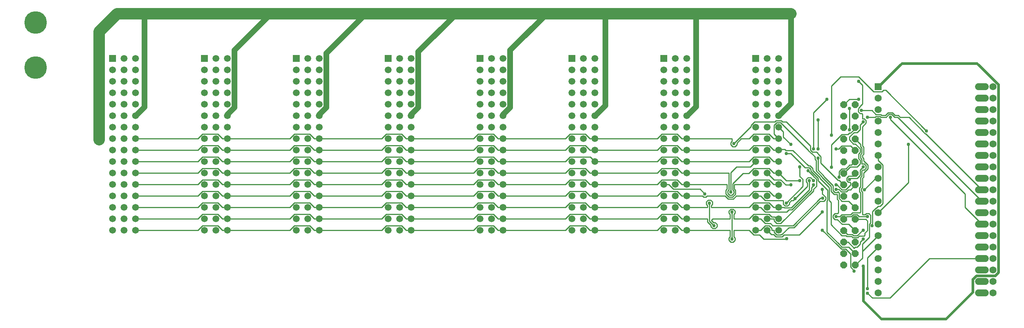
<source format=gbr>
G04 EAGLE Gerber RS-274X export*
G75*
%MOMM*%
%FSLAX34Y34*%
%LPD*%
%INBottom Copper*%
%IPPOS*%
%AMOC8*
5,1,8,0,0,1.08239X$1,22.5*%
G01*
%ADD10R,1.508000X1.508000*%
%ADD11C,1.508000*%
%ADD12C,5.000000*%
%ADD13P,1.649562X8X112.500000*%
%ADD14R,1.560000X1.560000*%
%ADD15C,1.560000*%
%ADD16C,1.524000*%
%ADD17C,0.254000*%
%ADD18C,0.756400*%
%ADD19C,1.270000*%
%ADD20C,2.540000*%
%ADD21C,0.609600*%


D10*
X250000Y590500D03*
D11*
X250000Y565100D03*
X250000Y539700D03*
X250000Y514300D03*
X250000Y488900D03*
X250000Y463500D03*
X250000Y438100D03*
X250000Y412700D03*
X250000Y387300D03*
X250000Y361900D03*
X250000Y336500D03*
X250000Y311100D03*
X250000Y285700D03*
X250000Y260300D03*
X250000Y234900D03*
X250000Y209500D03*
X275400Y590500D03*
X275400Y565100D03*
X275400Y539700D03*
X275400Y514300D03*
X275400Y488900D03*
X275400Y463500D03*
X275400Y438100D03*
X275400Y412700D03*
X275400Y387300D03*
X275400Y361900D03*
X275400Y336500D03*
X275400Y311100D03*
X275400Y285700D03*
X275400Y260300D03*
X275400Y234900D03*
X275400Y209500D03*
X300800Y590500D03*
X300800Y565100D03*
X300800Y539700D03*
X300800Y514300D03*
X300800Y488900D03*
X300800Y463500D03*
X300800Y438100D03*
X300800Y412700D03*
X300800Y387300D03*
X300800Y361900D03*
X300800Y336500D03*
X300800Y311100D03*
X300800Y285700D03*
X300800Y260300D03*
X300800Y234900D03*
X300800Y209500D03*
D10*
X453200Y590500D03*
D11*
X453200Y565100D03*
X453200Y539700D03*
X453200Y514300D03*
X453200Y488900D03*
X453200Y463500D03*
X453200Y438100D03*
X453200Y412700D03*
X453200Y387300D03*
X453200Y361900D03*
X453200Y336500D03*
X453200Y311100D03*
X453200Y285700D03*
X453200Y260300D03*
X453200Y234900D03*
X453200Y209500D03*
X478600Y590500D03*
X478600Y565100D03*
X478600Y539700D03*
X478600Y514300D03*
X478600Y488900D03*
X478600Y463500D03*
X478600Y438100D03*
X478600Y412700D03*
X478600Y387300D03*
X478600Y361900D03*
X478600Y336500D03*
X478600Y311100D03*
X478600Y285700D03*
X478600Y260300D03*
X478600Y234900D03*
X478600Y209500D03*
X504000Y590500D03*
X504000Y565100D03*
X504000Y539700D03*
X504000Y514300D03*
X504000Y488900D03*
X504000Y463500D03*
X504000Y438100D03*
X504000Y412700D03*
X504000Y387300D03*
X504000Y361900D03*
X504000Y336500D03*
X504000Y311100D03*
X504000Y285700D03*
X504000Y260300D03*
X504000Y234900D03*
X504000Y209500D03*
D10*
X656400Y590500D03*
D11*
X656400Y565100D03*
X656400Y539700D03*
X656400Y514300D03*
X656400Y488900D03*
X656400Y463500D03*
X656400Y438100D03*
X656400Y412700D03*
X656400Y387300D03*
X656400Y361900D03*
X656400Y336500D03*
X656400Y311100D03*
X656400Y285700D03*
X656400Y260300D03*
X656400Y234900D03*
X656400Y209500D03*
X681800Y590500D03*
X681800Y565100D03*
X681800Y539700D03*
X681800Y514300D03*
X681800Y488900D03*
X681800Y463500D03*
X681800Y438100D03*
X681800Y412700D03*
X681800Y387300D03*
X681800Y361900D03*
X681800Y336500D03*
X681800Y311100D03*
X681800Y285700D03*
X681800Y260300D03*
X681800Y234900D03*
X681800Y209500D03*
X707200Y590500D03*
X707200Y565100D03*
X707200Y539700D03*
X707200Y514300D03*
X707200Y488900D03*
X707200Y463500D03*
X707200Y438100D03*
X707200Y412700D03*
X707200Y387300D03*
X707200Y361900D03*
X707200Y336500D03*
X707200Y311100D03*
X707200Y285700D03*
X707200Y260300D03*
X707200Y234900D03*
X707200Y209500D03*
D10*
X859600Y590500D03*
D11*
X859600Y565100D03*
X859600Y539700D03*
X859600Y514300D03*
X859600Y488900D03*
X859600Y463500D03*
X859600Y438100D03*
X859600Y412700D03*
X859600Y387300D03*
X859600Y361900D03*
X859600Y336500D03*
X859600Y311100D03*
X859600Y285700D03*
X859600Y260300D03*
X859600Y234900D03*
X859600Y209500D03*
X885000Y590500D03*
X885000Y565100D03*
X885000Y539700D03*
X885000Y514300D03*
X885000Y488900D03*
X885000Y463500D03*
X885000Y438100D03*
X885000Y412700D03*
X885000Y387300D03*
X885000Y361900D03*
X885000Y336500D03*
X885000Y311100D03*
X885000Y285700D03*
X885000Y260300D03*
X885000Y234900D03*
X885000Y209500D03*
X910400Y590500D03*
X910400Y565100D03*
X910400Y539700D03*
X910400Y514300D03*
X910400Y488900D03*
X910400Y463500D03*
X910400Y438100D03*
X910400Y412700D03*
X910400Y387300D03*
X910400Y361900D03*
X910400Y336500D03*
X910400Y311100D03*
X910400Y285700D03*
X910400Y260300D03*
X910400Y234900D03*
X910400Y209500D03*
D10*
X1062800Y590500D03*
D11*
X1062800Y565100D03*
X1062800Y539700D03*
X1062800Y514300D03*
X1062800Y488900D03*
X1062800Y463500D03*
X1062800Y438100D03*
X1062800Y412700D03*
X1062800Y387300D03*
X1062800Y361900D03*
X1062800Y336500D03*
X1062800Y311100D03*
X1062800Y285700D03*
X1062800Y260300D03*
X1062800Y234900D03*
X1062800Y209500D03*
X1088200Y590500D03*
X1088200Y565100D03*
X1088200Y539700D03*
X1088200Y514300D03*
X1088200Y488900D03*
X1088200Y463500D03*
X1088200Y438100D03*
X1088200Y412700D03*
X1088200Y387300D03*
X1088200Y361900D03*
X1088200Y336500D03*
X1088200Y311100D03*
X1088200Y285700D03*
X1088200Y260300D03*
X1088200Y234900D03*
X1088200Y209500D03*
X1113600Y590500D03*
X1113600Y565100D03*
X1113600Y539700D03*
X1113600Y514300D03*
X1113600Y488900D03*
X1113600Y463500D03*
X1113600Y438100D03*
X1113600Y412700D03*
X1113600Y387300D03*
X1113600Y361900D03*
X1113600Y336500D03*
X1113600Y311100D03*
X1113600Y285700D03*
X1113600Y260300D03*
X1113600Y234900D03*
X1113600Y209500D03*
D10*
X1266000Y590500D03*
D11*
X1266000Y565100D03*
X1266000Y539700D03*
X1266000Y514300D03*
X1266000Y488900D03*
X1266000Y463500D03*
X1266000Y438100D03*
X1266000Y412700D03*
X1266000Y387300D03*
X1266000Y361900D03*
X1266000Y336500D03*
X1266000Y311100D03*
X1266000Y285700D03*
X1266000Y260300D03*
X1266000Y234900D03*
X1266000Y209500D03*
X1291400Y590500D03*
X1291400Y565100D03*
X1291400Y539700D03*
X1291400Y514300D03*
X1291400Y488900D03*
X1291400Y463500D03*
X1291400Y438100D03*
X1291400Y412700D03*
X1291400Y387300D03*
X1291400Y361900D03*
X1291400Y336500D03*
X1291400Y311100D03*
X1291400Y285700D03*
X1291400Y260300D03*
X1291400Y234900D03*
X1291400Y209500D03*
X1316800Y590500D03*
X1316800Y565100D03*
X1316800Y539700D03*
X1316800Y514300D03*
X1316800Y488900D03*
X1316800Y463500D03*
X1316800Y438100D03*
X1316800Y412700D03*
X1316800Y387300D03*
X1316800Y361900D03*
X1316800Y336500D03*
X1316800Y311100D03*
X1316800Y285700D03*
X1316800Y260300D03*
X1316800Y234900D03*
X1316800Y209500D03*
D10*
X1469200Y590500D03*
D11*
X1469200Y565100D03*
X1469200Y539700D03*
X1469200Y514300D03*
X1469200Y488900D03*
X1469200Y463500D03*
X1469200Y438100D03*
X1469200Y412700D03*
X1469200Y387300D03*
X1469200Y361900D03*
X1469200Y336500D03*
X1469200Y311100D03*
X1469200Y285700D03*
X1469200Y260300D03*
X1469200Y234900D03*
X1469200Y209500D03*
X1494600Y590500D03*
X1494600Y565100D03*
X1494600Y539700D03*
X1494600Y514300D03*
X1494600Y488900D03*
X1494600Y463500D03*
X1494600Y438100D03*
X1494600Y412700D03*
X1494600Y387300D03*
X1494600Y361900D03*
X1494600Y336500D03*
X1494600Y311100D03*
X1494600Y285700D03*
X1494600Y260300D03*
X1494600Y234900D03*
X1494600Y209500D03*
X1520000Y590500D03*
X1520000Y565100D03*
X1520000Y539700D03*
X1520000Y514300D03*
X1520000Y488900D03*
X1520000Y463500D03*
X1520000Y438100D03*
X1520000Y412700D03*
X1520000Y387300D03*
X1520000Y361900D03*
X1520000Y336500D03*
X1520000Y311100D03*
X1520000Y285700D03*
X1520000Y260300D03*
X1520000Y234900D03*
X1520000Y209500D03*
D10*
X1672400Y590500D03*
D11*
X1672400Y565100D03*
X1672400Y539700D03*
X1672400Y514300D03*
X1672400Y488900D03*
X1672400Y463500D03*
X1672400Y438100D03*
X1672400Y412700D03*
X1672400Y387300D03*
X1672400Y361900D03*
X1672400Y336500D03*
X1672400Y311100D03*
X1672400Y285700D03*
X1672400Y260300D03*
X1672400Y234900D03*
X1672400Y209500D03*
X1697800Y590500D03*
X1697800Y565100D03*
X1697800Y539700D03*
X1697800Y514300D03*
X1697800Y488900D03*
X1697800Y463500D03*
X1697800Y438100D03*
X1697800Y412700D03*
X1697800Y387300D03*
X1697800Y361900D03*
X1697800Y336500D03*
X1697800Y311100D03*
X1697800Y285700D03*
X1697800Y260300D03*
X1697800Y234900D03*
X1697800Y209500D03*
X1723200Y590500D03*
X1723200Y565100D03*
X1723200Y539700D03*
X1723200Y514300D03*
X1723200Y488900D03*
X1723200Y463500D03*
X1723200Y438100D03*
X1723200Y412700D03*
X1723200Y387300D03*
X1723200Y361900D03*
X1723200Y336500D03*
X1723200Y311100D03*
X1723200Y285700D03*
X1723200Y260300D03*
X1723200Y234900D03*
X1723200Y209500D03*
D12*
X80000Y670000D03*
X80000Y570000D03*
D13*
X1892700Y132200D03*
X1867300Y132200D03*
X1892700Y157600D03*
X1867300Y157600D03*
X1892700Y183000D03*
X1867300Y183000D03*
X1892700Y208400D03*
X1867300Y208400D03*
X1892700Y233800D03*
X1867300Y233800D03*
X1892700Y259200D03*
X1867300Y259200D03*
X1892700Y284600D03*
X1867300Y284600D03*
X1892700Y310000D03*
X1867300Y310000D03*
X1892700Y335400D03*
X1867300Y335400D03*
X1892700Y360800D03*
X1867300Y360800D03*
X1892700Y386200D03*
X1867300Y386200D03*
X1892700Y411600D03*
X1867300Y411600D03*
X1892700Y437000D03*
X1867300Y437000D03*
X1892700Y462400D03*
X1867300Y462400D03*
X1892700Y487800D03*
X1867300Y487800D03*
D14*
X1943000Y527600D03*
D15*
X1943000Y502200D03*
X1943000Y70400D03*
X1943000Y476800D03*
X1943000Y451400D03*
X1943000Y426000D03*
X1943000Y400600D03*
X1943000Y375200D03*
X1943000Y349800D03*
X1943000Y324400D03*
X1943000Y299000D03*
X1943000Y273600D03*
X1943000Y248200D03*
X1943000Y222800D03*
X1943000Y197400D03*
X1943000Y172000D03*
X1943000Y146600D03*
X1943000Y121200D03*
X1943000Y95800D03*
X2197000Y527600D03*
X2197000Y502200D03*
X2197000Y476800D03*
X2197000Y451400D03*
X2197000Y426000D03*
X2197000Y400600D03*
X2197000Y375200D03*
X2197000Y349800D03*
X2197000Y324400D03*
X2197000Y299000D03*
X2197000Y273600D03*
X2197000Y248200D03*
X2197000Y222800D03*
X2197000Y197400D03*
X2197000Y172000D03*
X2197000Y146600D03*
X2197000Y121200D03*
X2197000Y95800D03*
X2197000Y70400D03*
D16*
X2180220Y70400D02*
X2164980Y70400D01*
X2164980Y95800D02*
X2180220Y95800D01*
X2180220Y121200D02*
X2164980Y121200D01*
X2164980Y146600D02*
X2180220Y146600D01*
X2180220Y172000D02*
X2164980Y172000D01*
X2164980Y197400D02*
X2180220Y197400D01*
X2180220Y222800D02*
X2164980Y222800D01*
X2164980Y248200D02*
X2180220Y248200D01*
X2180220Y273600D02*
X2164980Y273600D01*
X2164980Y299000D02*
X2180220Y299000D01*
X2180220Y324400D02*
X2164980Y324400D01*
X2164980Y349800D02*
X2180220Y349800D01*
X2180220Y375200D02*
X2164980Y375200D01*
X2164980Y400600D02*
X2180220Y400600D01*
X2180220Y426000D02*
X2164980Y426000D01*
X2164980Y451400D02*
X2180220Y451400D01*
X2180220Y476800D02*
X2164980Y476800D01*
X2164980Y502200D02*
X2180220Y502200D01*
X2180220Y527600D02*
X2164980Y527600D01*
D17*
X1908570Y148070D02*
X1892700Y132200D01*
X1908570Y531430D02*
X1900000Y540000D01*
D18*
X1900000Y540000D03*
D17*
X1908570Y162970D02*
X1908570Y148070D01*
X1908570Y325048D02*
X1911242Y327720D01*
X1920640Y345593D02*
X1920640Y354407D01*
X1911242Y336195D02*
X1911242Y327720D01*
X1911242Y336195D02*
X1920640Y345593D01*
X1908570Y490000D02*
X1908570Y531430D01*
X1908570Y371152D02*
X1911242Y368480D01*
X1908570Y371152D02*
X1908570Y375848D01*
X1911242Y378520D01*
X1911242Y393880D01*
X1908570Y396552D01*
X1911242Y368480D02*
X1911242Y363805D01*
X1920640Y354407D01*
X1916576Y447276D02*
X1916576Y452724D01*
X1912724Y456576D01*
X1908570Y456576D01*
X1908570Y466783D01*
X1908570Y439270D02*
X1908570Y396552D01*
X1908570Y439270D02*
X1916576Y447276D01*
X1903176Y468624D02*
X1899324Y472476D01*
X1899324Y477924D01*
X1906729Y468624D02*
X1908570Y466783D01*
X1906729Y468624D02*
X1903176Y468624D01*
X1899324Y477924D02*
X1900000Y478600D01*
X1900000Y480372D02*
X1903114Y483486D01*
X1903114Y484544D01*
X1908570Y490000D01*
X1900000Y480372D02*
X1900000Y478600D01*
X1943000Y197400D02*
X1908570Y162970D01*
X1908570Y179270D01*
X1908570Y293930D02*
X1905924Y296576D01*
X1905924Y302024D01*
X1908570Y304670D01*
X1908570Y325048D01*
X1917276Y246576D02*
X1922724Y246576D01*
X1917276Y246576D02*
X1914764Y244064D01*
X1908570Y244064D01*
X1908570Y293930D01*
X1922724Y246576D02*
X1926576Y242724D01*
X1923424Y194124D02*
X1908570Y179270D01*
X1926576Y225876D02*
X1926576Y242724D01*
X1926576Y225876D02*
X1923424Y222724D01*
X1923424Y194124D01*
X1733534Y416466D02*
X1733534Y427766D01*
X1723200Y438100D01*
X1877714Y172586D02*
X1892700Y157600D01*
X1750000Y380000D02*
X1740000Y380000D01*
D18*
X1740000Y380000D03*
X1750000Y400000D03*
D17*
X1733534Y416466D01*
X1810640Y325107D02*
X1810640Y319360D01*
X1794576Y341171D02*
X1794576Y344724D01*
X1790724Y348576D01*
X1781424Y348576D02*
X1750000Y380000D01*
X1781424Y348576D02*
X1790724Y348576D01*
X1794576Y341171D02*
X1810640Y325107D01*
X1831140Y276093D02*
X1830000Y274953D01*
X1831140Y276093D02*
X1831140Y298860D01*
X1810640Y319360D01*
X1830000Y274953D02*
X1830000Y205747D01*
X1856886Y178686D02*
X1862986Y172586D01*
X1856886Y178686D02*
X1856886Y178861D01*
X1830000Y205747D01*
X1862986Y172586D02*
X1877714Y172586D01*
D18*
X1970000Y460000D03*
X1900000Y500000D03*
D17*
X1879500Y500000D01*
X1867300Y487800D01*
X1970000Y460000D02*
X1970000Y455400D01*
X2135400Y290000D01*
X2135400Y260000D02*
X2172600Y222800D01*
X2135400Y260000D02*
X2135400Y290000D01*
X1672400Y361900D02*
X1660500Y350000D01*
X1617200Y337200D02*
X1617200Y294100D01*
D18*
X1617200Y294100D03*
X1620000Y250000D03*
D17*
X1620000Y190000D01*
D18*
X1620000Y190000D03*
X1920000Y80000D03*
D17*
X1920000Y149000D01*
X1943000Y172000D01*
X1660500Y350000D02*
X1630000Y350000D01*
X1617200Y337200D01*
X2056600Y146600D02*
X2172600Y146600D01*
D18*
X1920000Y70000D03*
D17*
X1930194Y59806D02*
X1969806Y59806D01*
X1930194Y59806D02*
X1920000Y70000D01*
D18*
X1580000Y220000D03*
D17*
X1570000Y230000D01*
X1570000Y270000D01*
D18*
X1570000Y270000D03*
X1560000Y290000D03*
D17*
X1479986Y311100D02*
X1469200Y311100D01*
X1479986Y311100D02*
X1490320Y300766D01*
X1549234Y300766D02*
X1560000Y290000D01*
X1549234Y300766D02*
X1490320Y300766D01*
X1969806Y59806D02*
X2056600Y146600D01*
X1683186Y260300D02*
X1672400Y260300D01*
X1683186Y260300D02*
X1693520Y249966D01*
D18*
X1800000Y310000D03*
D17*
X1746091Y255296D02*
X1740761Y249966D01*
X1693520Y249966D01*
X1800000Y308343D02*
X1800000Y310000D01*
X1752463Y255296D02*
X1746091Y255296D01*
X1752463Y255296D02*
X1795936Y298769D01*
X1795936Y304279D01*
X1800000Y308343D01*
X1986200Y460000D02*
X2172600Y273600D01*
X1949382Y460000D02*
X1947388Y461994D01*
X1938612Y461994D01*
X1936618Y460000D01*
X1920000Y460000D01*
X1881900Y350000D02*
X1867300Y335400D01*
X1903114Y356486D02*
X1903114Y365114D01*
X1903114Y381886D02*
X1903114Y390514D01*
X1900442Y367786D02*
X1903114Y365114D01*
X1900442Y367786D02*
X1900442Y379214D01*
X1903114Y381886D01*
X1903114Y356486D02*
X1896628Y350000D01*
X1892442Y401186D02*
X1888386Y401186D01*
X1882286Y407286D01*
X1882286Y407714D01*
X1880000Y410000D01*
X1881900Y350000D02*
X1896628Y350000D01*
X1903114Y390514D02*
X1892442Y401186D01*
X1897014Y426586D02*
X1903114Y432686D01*
X1897014Y426586D02*
X1889711Y426586D01*
X1880000Y416875D02*
X1880000Y410000D01*
X1880000Y416875D02*
X1889711Y426586D01*
X1903114Y443114D02*
X1910000Y450000D01*
D18*
X1910000Y450000D03*
X1920000Y460000D03*
D17*
X1903114Y443114D02*
X1903114Y432686D01*
X1967276Y466576D02*
X1972724Y466576D01*
X1979300Y460000D02*
X1986200Y460000D01*
X1960700Y460000D02*
X1949382Y460000D01*
X1972724Y466576D02*
X1979300Y460000D01*
X1967276Y466576D02*
X1960700Y460000D01*
X1702081Y219834D02*
X1693520Y219834D01*
X1702081Y219834D02*
X1708134Y213781D01*
X1708134Y209500D01*
X1712866Y209500D01*
X1712866Y205220D01*
X1718920Y199166D01*
X1727481Y199166D01*
X1683186Y209500D02*
X1672400Y209500D01*
X1683186Y209500D02*
X1693520Y219834D01*
X1727481Y199166D02*
X1728315Y200000D01*
X1730000Y200000D01*
D18*
X1820000Y300000D03*
X1857210Y327210D03*
D17*
X1890800Y360800D02*
X1892700Y360800D01*
X1856886Y339714D02*
X1856886Y331086D01*
X1856886Y339714D02*
X1862986Y345814D01*
X1857210Y330762D02*
X1857210Y327210D01*
X1857210Y330762D02*
X1856886Y331086D01*
X1745936Y215936D02*
X1730000Y200000D01*
X1745936Y215936D02*
X1756683Y215936D01*
X1823224Y273924D02*
X1827076Y277776D01*
X1827076Y283224D01*
X1814671Y273924D02*
X1756683Y215936D01*
X1820000Y290300D02*
X1820000Y300000D01*
X1823224Y273924D02*
X1814671Y273924D01*
X1827076Y283224D02*
X1820000Y290300D01*
X1862986Y345814D02*
X1871967Y345814D01*
X1880217Y354064D01*
X1884064Y354064D01*
X1890800Y360800D01*
X1810000Y379300D02*
X1810000Y380000D01*
X1810000Y379300D02*
X1816576Y372724D01*
X1740000Y450000D02*
X1731662Y450000D01*
X1729164Y452498D01*
X1717236Y452498D01*
X1714738Y450000D01*
X1662066Y442381D02*
X1662066Y440066D01*
X1624000Y402000D01*
X1662066Y442381D02*
X1669686Y450000D01*
X1624000Y402000D02*
X1624000Y401874D01*
D18*
X1624000Y401874D03*
D17*
X1669686Y450000D02*
X1714738Y450000D01*
X1856666Y320634D02*
X1867300Y310000D01*
X1856666Y320634D02*
X1854486Y320634D01*
X1816576Y358544D01*
X1816576Y372724D01*
X1797276Y383424D02*
X1793424Y387276D01*
X1806576Y383424D02*
X1810000Y380000D01*
X1793424Y396576D02*
X1740000Y450000D01*
X1797276Y383424D02*
X1806576Y383424D01*
X1793424Y387276D02*
X1793424Y396576D01*
D18*
X1880100Y322500D03*
X1910000Y350000D03*
D17*
X1903114Y331086D02*
X1897014Y324986D01*
X1882586Y324986D02*
X1880100Y322500D01*
X1903114Y343114D02*
X1910000Y350000D01*
X1897014Y324986D02*
X1882586Y324986D01*
X1903114Y331086D02*
X1903114Y343114D01*
D18*
X1912500Y299300D03*
D17*
X1937600Y324400D01*
X1943000Y324400D01*
X1953594Y269212D02*
X1947388Y263006D01*
X1943000Y364782D02*
X1943000Y375200D01*
X1943006Y263006D02*
X1947388Y263006D01*
X1953594Y354188D02*
X1943000Y364782D01*
X1953594Y354188D02*
X1953594Y269212D01*
X1938794Y258794D02*
X1938612Y258794D01*
X1930640Y250822D01*
X1930640Y220640D02*
X1930000Y220000D01*
D18*
X1930000Y220000D03*
D17*
X1938794Y258794D02*
X1943006Y263006D01*
X1930640Y250822D02*
X1930640Y220640D01*
X1875700Y200000D02*
X1867300Y208400D01*
X1875700Y200000D02*
X1886372Y200000D01*
X1888386Y197986D01*
X1897014Y197986D01*
X1909028Y210000D02*
X1910000Y210000D01*
D18*
X1910000Y210000D03*
D17*
X1909028Y210000D02*
X1897014Y197986D01*
X1904506Y399794D02*
X1892700Y411600D01*
D18*
X1850000Y240000D03*
D17*
X1858772Y240000D02*
X1862986Y244214D01*
X1858772Y240000D02*
X1850000Y240000D01*
D18*
X1820000Y250000D03*
D17*
X1769166Y199166D01*
X1707300Y200000D02*
X1697800Y209500D01*
X1712338Y200000D02*
X1717236Y195102D01*
X1712338Y200000D02*
X1707300Y200000D01*
X1734913Y199166D02*
X1769166Y199166D01*
X1734913Y199166D02*
X1730849Y195102D01*
X1717236Y195102D01*
X1912724Y356576D02*
X1916576Y352724D01*
X1916576Y347276D01*
X1912724Y343424D01*
X1907178Y341397D02*
X1907178Y329403D01*
X1904506Y326731D01*
X1909205Y343424D02*
X1912724Y343424D01*
X1909205Y343424D02*
X1907178Y341397D01*
X1904506Y394869D02*
X1904506Y399794D01*
X1904506Y394869D02*
X1907178Y392197D01*
X1907178Y380203D01*
X1904506Y377531D01*
X1904506Y369469D01*
X1907178Y366797D01*
X1907178Y356576D01*
X1912724Y356576D01*
X1904506Y326731D02*
X1904506Y306353D01*
X1901860Y303707D01*
X1901860Y294893D01*
X1904506Y292247D01*
X1904506Y250000D01*
X1886703Y248278D02*
X1882639Y244214D01*
X1862986Y244214D01*
X1902784Y248278D02*
X1904506Y250000D01*
X1902784Y248278D02*
X1886703Y248278D01*
D19*
X320000Y482700D02*
X300800Y463500D01*
X320000Y482700D02*
X320000Y690000D01*
D20*
X600000Y690000D01*
X810000Y690000D01*
X1010000Y690000D01*
X1210000Y690000D01*
X1340000Y690000D01*
X1540000Y690000D01*
X1750000Y690000D01*
D19*
X1750000Y490300D02*
X1723200Y463500D01*
X1750000Y490300D02*
X1750000Y690000D01*
X1540000Y483500D02*
X1520000Y463500D01*
X1540000Y483500D02*
X1540000Y690000D01*
X1340000Y486700D02*
X1316800Y463500D01*
X1340000Y486700D02*
X1340000Y690000D01*
X1113600Y467101D02*
X1113600Y463500D01*
X1129014Y609014D02*
X1210000Y690000D01*
X1129014Y482515D02*
X1113600Y467101D01*
X1129014Y482515D02*
X1129014Y609014D01*
X910400Y467101D02*
X910400Y463500D01*
X925814Y605814D02*
X1010000Y690000D01*
X925814Y482515D02*
X910400Y467101D01*
X925814Y482515D02*
X925814Y605814D01*
X707200Y467101D02*
X707200Y463500D01*
X722614Y602614D02*
X810000Y690000D01*
X722614Y482515D02*
X707200Y467101D01*
X722614Y482515D02*
X722614Y602614D01*
X504000Y467101D02*
X504000Y463500D01*
X519414Y609414D02*
X600000Y690000D01*
X519414Y482515D02*
X504000Y467101D01*
X519414Y482515D02*
X519414Y609414D01*
D18*
X220000Y410000D03*
D20*
X220000Y650000D01*
X260000Y690000D01*
X320000Y690000D01*
D21*
X1943000Y527600D02*
X1995400Y580000D01*
X2162097Y580000D01*
X1910000Y53208D02*
X1950000Y13208D01*
X1910000Y53208D02*
X1910000Y130000D01*
D18*
X1910000Y130000D03*
D21*
X2202125Y108828D02*
X2209372Y116075D01*
X2209372Y532725D02*
X2162097Y580000D01*
X2160766Y108828D02*
X2202125Y108828D01*
X2160766Y108828D02*
X2152788Y100850D01*
X2209372Y116075D02*
X2209372Y532725D01*
X2152788Y100850D02*
X2152788Y72788D01*
X2093208Y13208D02*
X1950000Y13208D01*
X2093208Y13208D02*
X2152788Y72788D01*
D17*
X438586Y412700D02*
X300800Y412700D01*
X493215Y412700D02*
X504000Y412700D01*
X448920Y423034D02*
X438586Y412700D01*
X482881Y423034D02*
X493215Y412700D01*
X482881Y423034D02*
X448920Y423034D01*
X504000Y412700D02*
X641786Y412700D01*
X696415Y412700D02*
X707200Y412700D01*
X652120Y423034D02*
X641786Y412700D01*
X686081Y423034D02*
X696415Y412700D01*
X686081Y423034D02*
X652120Y423034D01*
X707200Y412700D02*
X844986Y412700D01*
X899615Y412700D02*
X910400Y412700D01*
X855320Y423034D02*
X844986Y412700D01*
X889281Y423034D02*
X899615Y412700D01*
X889281Y423034D02*
X855320Y423034D01*
X910400Y412700D02*
X1048186Y412700D01*
X1102815Y412700D02*
X1113600Y412700D01*
X1058520Y423034D02*
X1048186Y412700D01*
X1092481Y423034D02*
X1102815Y412700D01*
X1092481Y423034D02*
X1058520Y423034D01*
X1113600Y412700D02*
X1251386Y412700D01*
X1306015Y412700D02*
X1316800Y412700D01*
X1261720Y423034D02*
X1251386Y412700D01*
X1295681Y423034D02*
X1306015Y412700D01*
X1295681Y423034D02*
X1261720Y423034D01*
X1316800Y412700D02*
X1454586Y412700D01*
X1509215Y412700D02*
X1520000Y412700D01*
X1464920Y423034D02*
X1454586Y412700D01*
X1498881Y423034D02*
X1509215Y412700D01*
X1498881Y423034D02*
X1464920Y423034D01*
X1712415Y412700D02*
X1723200Y412700D01*
X1668120Y423034D02*
X1657786Y412700D01*
X1702081Y423034D02*
X1712415Y412700D01*
X1702081Y423034D02*
X1668120Y423034D01*
X1878222Y222878D02*
X1892700Y208400D01*
X1878222Y222878D02*
X1863494Y222878D01*
X1712866Y423034D02*
X1712866Y442381D01*
X1712866Y423034D02*
X1723200Y412700D01*
X1852822Y278603D02*
X1855530Y275895D01*
X1805936Y364764D02*
X1803424Y367276D01*
X1803424Y372491D01*
X1727481Y448434D02*
X1718919Y448434D01*
X1712866Y442381D01*
X1657786Y412700D02*
X1640447Y412700D01*
X1619936Y412700D02*
X1520000Y412700D01*
X1619936Y412700D02*
X1619936Y407110D01*
X1617424Y404598D01*
X1617424Y399150D01*
X1621276Y395298D01*
X1626724Y395298D01*
X1630576Y399150D01*
X1630576Y402829D01*
X1640447Y412700D01*
X1852822Y289360D02*
X1852822Y278603D01*
X1852822Y289360D02*
X1845593Y289360D01*
X1839360Y295593D01*
X1839360Y306793D01*
X1843424Y237276D02*
X1847276Y233424D01*
X1843424Y237276D02*
X1843424Y242724D01*
X1847276Y246576D01*
X1855530Y248482D02*
X1855530Y275895D01*
X1855530Y248482D02*
X1853624Y246576D01*
X1847276Y246576D01*
X1847276Y233424D02*
X1852948Y233424D01*
X1863494Y222878D01*
X1839360Y306793D02*
X1818768Y327385D01*
X1805936Y341306D02*
X1805936Y364764D01*
X1818768Y328474D02*
X1818768Y327385D01*
X1818768Y328474D02*
X1805936Y341306D01*
X1803424Y372491D02*
X1796555Y379360D01*
X1795593Y379360D01*
X1789360Y385593D01*
X1789360Y386555D01*
X1727481Y448434D01*
X438586Y336500D02*
X300800Y336500D01*
X493215Y336500D02*
X504000Y336500D01*
X448920Y346834D02*
X438586Y336500D01*
X482881Y346834D02*
X493215Y336500D01*
X482881Y346834D02*
X448920Y346834D01*
X504000Y336500D02*
X641786Y336500D01*
X696415Y336500D02*
X707200Y336500D01*
X652120Y346834D02*
X641786Y336500D01*
X686081Y346834D02*
X696415Y336500D01*
X686081Y346834D02*
X652120Y346834D01*
X707200Y336500D02*
X844986Y336500D01*
X899615Y336500D02*
X910400Y336500D01*
X855320Y346834D02*
X844986Y336500D01*
X889281Y346834D02*
X899615Y336500D01*
X889281Y346834D02*
X855320Y346834D01*
X910400Y336500D02*
X1048186Y336500D01*
X1102815Y336500D02*
X1113600Y336500D01*
X1058520Y346834D02*
X1048186Y336500D01*
X1092481Y346834D02*
X1102815Y336500D01*
X1092481Y346834D02*
X1058520Y346834D01*
X1113600Y336500D02*
X1251386Y336500D01*
X1306015Y336500D02*
X1316800Y336500D01*
X1261720Y346834D02*
X1251386Y336500D01*
X1295681Y346834D02*
X1306015Y336500D01*
X1295681Y346834D02*
X1261720Y346834D01*
X1316800Y336500D02*
X1454586Y336500D01*
X1509215Y336500D02*
X1520000Y336500D01*
X1464920Y346834D02*
X1454586Y336500D01*
X1498881Y346834D02*
X1509215Y336500D01*
X1498881Y346834D02*
X1464920Y346834D01*
X1712415Y336500D02*
X1723200Y336500D01*
X1712415Y336500D02*
X1702081Y346834D01*
X1668120Y346834D01*
D18*
X1770000Y320000D03*
D17*
X1739700Y320000D01*
X1723200Y336500D01*
X1668120Y346834D02*
X1657222Y335936D01*
X1613136Y336500D02*
X1520000Y336500D01*
X1613136Y336500D02*
X1613136Y299336D01*
X1610624Y296824D01*
X1610624Y291376D01*
X1614476Y287524D01*
X1619924Y287524D01*
X1623776Y291376D01*
X1623776Y296824D01*
X1621264Y299336D01*
X1621264Y312783D01*
X1644417Y335936D01*
X1657222Y335936D01*
X438586Y311100D02*
X300800Y311100D01*
X493215Y311100D02*
X504000Y311100D01*
X448920Y321434D02*
X438586Y311100D01*
X482881Y321434D02*
X493215Y311100D01*
X482881Y321434D02*
X448920Y321434D01*
X504000Y311100D02*
X641786Y311100D01*
X696415Y311100D02*
X707200Y311100D01*
X652120Y321434D02*
X641786Y311100D01*
X686081Y321434D02*
X696415Y311100D01*
X686081Y321434D02*
X652120Y321434D01*
X707200Y311100D02*
X844986Y311100D01*
X899615Y311100D02*
X910400Y311100D01*
X855320Y321434D02*
X844986Y311100D01*
X889281Y321434D02*
X899615Y311100D01*
X889281Y321434D02*
X855320Y321434D01*
X910400Y311100D02*
X1048186Y311100D01*
X1102815Y311100D02*
X1113600Y311100D01*
X1058520Y321434D02*
X1048186Y311100D01*
X1092481Y321434D02*
X1102815Y311100D01*
X1092481Y321434D02*
X1058520Y321434D01*
X1113600Y311100D02*
X1251386Y311100D01*
X1306015Y311100D02*
X1316800Y311100D01*
X1261720Y321434D02*
X1251386Y311100D01*
X1295681Y321434D02*
X1306015Y311100D01*
X1295681Y321434D02*
X1261720Y321434D01*
X1316800Y311100D02*
X1454586Y311100D01*
X1509215Y311100D02*
X1520000Y311100D01*
X1464920Y321434D02*
X1454586Y311100D01*
X1498881Y321434D02*
X1509215Y311100D01*
X1498881Y321434D02*
X1464920Y321434D01*
X1712415Y311100D02*
X1723200Y311100D01*
X1668120Y321434D02*
X1657786Y311100D01*
X1702081Y321434D02*
X1712415Y311100D01*
X1702081Y321434D02*
X1668120Y321434D01*
D18*
X1850000Y300000D03*
D17*
X1882286Y299586D02*
X1892700Y310000D01*
X1861303Y295522D02*
X1856825Y300000D01*
X1850000Y300000D01*
X1877361Y299586D02*
X1882286Y299586D01*
X1877361Y299586D02*
X1873297Y295522D01*
X1861303Y295522D01*
X1609072Y311100D02*
X1520000Y311100D01*
X1609072Y311100D02*
X1609072Y301019D01*
X1606560Y298507D01*
X1606560Y289693D01*
X1612793Y283460D01*
X1621607Y283460D01*
X1627840Y289693D01*
X1627840Y298507D01*
X1625328Y301019D01*
X1625328Y311100D01*
X1657786Y311100D01*
X438586Y260300D02*
X300800Y260300D01*
X493215Y260300D02*
X504000Y260300D01*
X448920Y270634D02*
X438586Y260300D01*
X482881Y270634D02*
X493215Y260300D01*
X482881Y270634D02*
X448920Y270634D01*
X504000Y260300D02*
X641786Y260300D01*
X696415Y260300D02*
X707200Y260300D01*
X652120Y270634D02*
X641786Y260300D01*
X686081Y270634D02*
X696415Y260300D01*
X686081Y270634D02*
X652120Y270634D01*
X707200Y260300D02*
X844986Y260300D01*
X899615Y260300D02*
X910400Y260300D01*
X855320Y270634D02*
X844986Y260300D01*
X889281Y270634D02*
X899615Y260300D01*
X889281Y270634D02*
X855320Y270634D01*
X910400Y260300D02*
X1048186Y260300D01*
X1102815Y260300D02*
X1113600Y260300D01*
X1058520Y270634D02*
X1048186Y260300D01*
X1092481Y270634D02*
X1102815Y260300D01*
X1092481Y270634D02*
X1058520Y270634D01*
X1113600Y260300D02*
X1251386Y260300D01*
X1306015Y260300D02*
X1316800Y260300D01*
X1261720Y270634D02*
X1251386Y260300D01*
X1295681Y270634D02*
X1306015Y260300D01*
X1295681Y270634D02*
X1261720Y270634D01*
X1316800Y260300D02*
X1454586Y260300D01*
X1509215Y260300D02*
X1520000Y260300D01*
X1464920Y270634D02*
X1454586Y260300D01*
X1498881Y270634D02*
X1509215Y260300D01*
X1498881Y270634D02*
X1464920Y270634D01*
X1712415Y260300D02*
X1723200Y260300D01*
X1668120Y270634D02*
X1657786Y260300D01*
X1702081Y270634D02*
X1712415Y260300D01*
X1702081Y270634D02*
X1668120Y270634D01*
X1723200Y260300D02*
X1734653Y260300D01*
X1735593Y259360D01*
D18*
X1790912Y320000D03*
X1840000Y349000D03*
D17*
X1840000Y399028D01*
X1862986Y422014D01*
X1750780Y259360D02*
X1735593Y259360D01*
X1750780Y259360D02*
X1790912Y299492D01*
X1790912Y320000D01*
X1888175Y432475D02*
X1892700Y437000D01*
X1876267Y422014D02*
X1862986Y422014D01*
X1876267Y422014D02*
X1879598Y425345D01*
X1882723Y425345D01*
X1888175Y430797D01*
X1888175Y432475D01*
X1615593Y260640D02*
X1615253Y260300D01*
X1615593Y260640D02*
X1624407Y260640D01*
X1624747Y260300D01*
X1657786Y260300D01*
X1565936Y260300D02*
X1520000Y260300D01*
X1565936Y260300D02*
X1565936Y264764D01*
X1563424Y267276D01*
X1563424Y272724D01*
X1567276Y276576D01*
X1572724Y276576D01*
X1576576Y272724D01*
X1576576Y267276D01*
X1574064Y264764D01*
X1574064Y260300D01*
X1615253Y260300D01*
X438586Y209500D02*
X300800Y209500D01*
X493215Y209500D02*
X504000Y209500D01*
X448920Y219834D02*
X438586Y209500D01*
X482881Y219834D02*
X493215Y209500D01*
X482881Y219834D02*
X448920Y219834D01*
X504000Y209500D02*
X641786Y209500D01*
X652120Y219834D01*
X686081Y219834D02*
X695915Y210000D01*
X707700Y210000D01*
X686081Y219834D02*
X652120Y219834D01*
X707200Y209500D02*
X707700Y210000D01*
X710000Y210000D01*
X707200Y209500D02*
X844986Y209500D01*
X899615Y209500D02*
X910400Y209500D01*
X855320Y219834D02*
X844986Y209500D01*
X889281Y219834D02*
X899615Y209500D01*
X889281Y219834D02*
X855320Y219834D01*
X910400Y209500D02*
X1048186Y209500D01*
X1102815Y209500D02*
X1113600Y209500D01*
X1058520Y219834D02*
X1048186Y209500D01*
X1092481Y219834D02*
X1102815Y209500D01*
X1092481Y219834D02*
X1058520Y219834D01*
X1113600Y209500D02*
X1251386Y209500D01*
X1306015Y209500D02*
X1316800Y209500D01*
X1261720Y219834D02*
X1251386Y209500D01*
X1295681Y219834D02*
X1306015Y209500D01*
X1295681Y219834D02*
X1261720Y219834D01*
X1316800Y209500D02*
X1454586Y209500D01*
X1509215Y209500D02*
X1520000Y209500D01*
X1464920Y219834D02*
X1454586Y209500D01*
X1498881Y219834D02*
X1509215Y209500D01*
X1498881Y219834D02*
X1464920Y219834D01*
X1680834Y199166D02*
X1690000Y190000D01*
X1668120Y199166D02*
X1657786Y209500D01*
X1668120Y199166D02*
X1680834Y199166D01*
X1690000Y190000D02*
X1743000Y190000D01*
X1741650Y191350D01*
X1741350Y191350D01*
D18*
X1741350Y191350D03*
D17*
X1615936Y195236D02*
X1615936Y209500D01*
X1615936Y195236D02*
X1613424Y192724D01*
X1613424Y187276D01*
X1617276Y183424D01*
X1622724Y183424D01*
X1626576Y187276D01*
X1626576Y192724D01*
X1624064Y195236D01*
X1624064Y209500D01*
X1657786Y209500D01*
X1575453Y209500D02*
X1520000Y209500D01*
X1575453Y209500D02*
X1575593Y209360D01*
X1584407Y209360D01*
X1584547Y209500D01*
X1615936Y209500D01*
X1672400Y234900D02*
X1683186Y234900D01*
X1705434Y224566D02*
X1710000Y220000D01*
X1693520Y224566D02*
X1683186Y234900D01*
X1693520Y224566D02*
X1705434Y224566D01*
X1710000Y220000D02*
X1755000Y220000D01*
X1815500Y280500D01*
D18*
X1820500Y280500D03*
D17*
X1815500Y280500D01*
D18*
X1850000Y310000D03*
D17*
X1852572Y310000D01*
X1862986Y299586D01*
X1871614Y299586D02*
X1882286Y310258D01*
X1882286Y314314D01*
X1871614Y299586D02*
X1862986Y299586D01*
X1877376Y315924D02*
X1873524Y319776D01*
X1873524Y325224D01*
X1892700Y331680D02*
X1892700Y335400D01*
X1892700Y331680D02*
X1890657Y329638D01*
X1877938Y329638D02*
X1873524Y325224D01*
X1877938Y329638D02*
X1890657Y329638D01*
X1880676Y315924D02*
X1882286Y314314D01*
X1880676Y315924D02*
X1877376Y315924D01*
D18*
X1800000Y320000D03*
D17*
X1683186Y285700D02*
X1672400Y285700D01*
X1683186Y285700D02*
X1693520Y275366D01*
X1746576Y270829D02*
X1746576Y267276D01*
X1746576Y270829D02*
X1751113Y275366D01*
X1755366Y275366D01*
X1733424Y275366D02*
X1693520Y275366D01*
X1733424Y275366D02*
X1733424Y267276D01*
X1737276Y263424D02*
X1742724Y263424D01*
X1737276Y263424D02*
X1733424Y267276D01*
X1742724Y263424D02*
X1746576Y267276D01*
X1755366Y275366D02*
X1760000Y280000D01*
X1786848Y306848D01*
X1786848Y314764D01*
X1784336Y317276D01*
X1784336Y322724D01*
X1788188Y326576D01*
X1793636Y326576D01*
X1797488Y322724D01*
X1797488Y322512D01*
X1800000Y320000D01*
D18*
X1760000Y280000D03*
X1820000Y210000D03*
D17*
X1882286Y127886D02*
X1890000Y120172D01*
X1882286Y157342D02*
X1871614Y168014D01*
X1882286Y157342D02*
X1882286Y127886D01*
X1852822Y177178D02*
X1820000Y210000D01*
X1852822Y177178D02*
X1852822Y177003D01*
X1861811Y168014D01*
X1871614Y168014D01*
D18*
X1890000Y119274D03*
D17*
X1890000Y120172D01*
D18*
X1840000Y420000D03*
D17*
X1840000Y530000D01*
X1860000Y550000D01*
X1900000Y550000D01*
X1954951Y520000D02*
X1960000Y520000D01*
X1954951Y520000D02*
X1951957Y517006D01*
X1932994Y517006D02*
X1900000Y550000D01*
X1932994Y517006D02*
X1951957Y517006D01*
X1960000Y520000D02*
X2050000Y430000D01*
D18*
X2050000Y430000D03*
X2010000Y400000D03*
D17*
X2010000Y315200D01*
X1943000Y248200D01*
D18*
X1905900Y475200D03*
D17*
X1987883Y464064D02*
X1991947Y460000D01*
X2011600Y460000D01*
X1929618Y475200D02*
X1905900Y475200D01*
X1938612Y466206D02*
X1948924Y466206D01*
X1938612Y466206D02*
X1929618Y475200D01*
X1948924Y466206D02*
X1951066Y464064D01*
X1965593Y470640D02*
X1974407Y470640D01*
X1980983Y464064D02*
X1987883Y464064D01*
X1959017Y464064D02*
X1951066Y464064D01*
X1974407Y470640D02*
X1980983Y464064D01*
X1965593Y470640D02*
X1959017Y464064D01*
X2048176Y423424D02*
X2172600Y299000D01*
X2048176Y423424D02*
X2047276Y423424D01*
X2043424Y427276D01*
X2043424Y428176D01*
X2011600Y460000D01*
X1712866Y234900D02*
X1697800Y234900D01*
X1712866Y234900D02*
X1712866Y230620D01*
X1718920Y224566D01*
X1727481Y224566D01*
X1806576Y307276D02*
X1806576Y322724D01*
X1800000Y300700D02*
X1800000Y297086D01*
X1800000Y329300D02*
X1800000Y330000D01*
X1806576Y307276D02*
X1800000Y300700D01*
X1806576Y322724D02*
X1800000Y329300D01*
X1800000Y330000D02*
X1788000Y342000D01*
D18*
X1788000Y342000D03*
D17*
X1800000Y297086D02*
X1727481Y224566D01*
D18*
X1850000Y390000D03*
D17*
X1856372Y390000D01*
X1862986Y396614D01*
X1882286Y396614D01*
X1892700Y386200D01*
D18*
X1910000Y190000D03*
D17*
X1877000Y183000D02*
X1867300Y183000D01*
X1877000Y183000D02*
X1890000Y170000D01*
X1892586Y172586D01*
X1897014Y172586D01*
X1903114Y178686D01*
X1903114Y183114D01*
X1910000Y190000D01*
D18*
X1750000Y310000D03*
D17*
X1738915Y310000D01*
X1712866Y321434D02*
X1697800Y336500D01*
X1727481Y321434D02*
X1738915Y310000D01*
X1727481Y321434D02*
X1712866Y321434D01*
X1867300Y233800D02*
X1873500Y240000D01*
D18*
X1920000Y240000D03*
D17*
X1884172Y240000D02*
X1873500Y240000D01*
X1884172Y240000D02*
X1888386Y244214D01*
X1897014Y244214D01*
X1901228Y240000D01*
X1920000Y240000D01*
D18*
X1880000Y480000D03*
D17*
X1879999Y479999D01*
X1879999Y431921D01*
D18*
X1879999Y431921D03*
D17*
X438586Y387300D02*
X300800Y387300D01*
X493215Y387300D02*
X504000Y387300D01*
X448920Y397634D02*
X438586Y387300D01*
X482881Y397634D02*
X493215Y387300D01*
X482881Y397634D02*
X448920Y397634D01*
X504000Y387300D02*
X641786Y387300D01*
X696415Y387300D02*
X707200Y387300D01*
X652120Y397634D02*
X641786Y387300D01*
X686081Y397634D02*
X696415Y387300D01*
X686081Y397634D02*
X652120Y397634D01*
X707200Y387300D02*
X844986Y387300D01*
X899615Y387300D02*
X910400Y387300D01*
X855320Y397634D02*
X844986Y387300D01*
X889281Y397634D02*
X899615Y387300D01*
X889281Y397634D02*
X855320Y397634D01*
X910400Y387300D02*
X1048186Y387300D01*
X1102815Y387300D02*
X1113600Y387300D01*
X1058520Y397634D02*
X1048186Y387300D01*
X1092481Y397634D02*
X1102815Y387300D01*
X1092481Y397634D02*
X1058520Y397634D01*
X1113600Y387300D02*
X1251386Y387300D01*
X1306015Y387300D02*
X1316800Y387300D01*
X1261720Y397634D02*
X1251386Y387300D01*
X1295681Y397634D02*
X1306015Y387300D01*
X1295681Y397634D02*
X1261720Y397634D01*
X1316800Y387300D02*
X1454586Y387300D01*
X1509215Y387300D02*
X1520000Y387300D01*
X1464920Y397634D02*
X1454586Y387300D01*
X1498881Y397634D02*
X1509215Y387300D01*
X1498881Y397634D02*
X1464920Y397634D01*
X1520000Y387300D02*
X1657786Y387300D01*
X1712415Y387300D02*
X1723200Y387300D01*
X1668120Y397634D02*
X1657786Y387300D01*
X1702081Y397634D02*
X1712415Y387300D01*
X1702081Y397634D02*
X1668120Y397634D01*
X1839081Y221892D02*
X1862986Y197986D01*
X1839081Y221892D02*
X1839081Y271419D01*
X1736941Y388807D02*
X1724707Y388807D01*
X1723200Y387300D01*
X1736941Y388807D02*
X1739171Y386576D01*
X1814704Y326791D02*
X1814704Y324596D01*
X1754919Y386576D02*
X1739171Y386576D01*
X1798640Y342855D02*
X1814704Y326791D01*
X1798640Y342855D02*
X1798640Y346407D01*
X1792407Y352640D01*
X1788855Y352640D01*
X1754919Y386576D01*
X1835204Y275296D02*
X1839081Y271419D01*
X1835204Y275296D02*
X1835204Y304096D01*
X1814704Y324596D01*
X1919360Y224407D02*
X1920000Y225047D01*
X1920000Y230000D01*
X1919360Y224407D02*
X1919360Y208660D01*
X1920000Y230000D02*
X1916200Y233800D01*
X1892700Y233800D01*
X1871967Y197986D02*
X1862986Y197986D01*
X1871967Y197986D02*
X1874017Y195936D01*
X1884689Y195936D01*
X1886703Y193922D01*
X1898697Y193922D01*
X1914064Y203364D02*
X1919360Y208660D01*
X1914064Y198957D02*
X1911683Y196576D01*
X1914064Y198957D02*
X1914064Y203364D01*
X1901351Y196576D02*
X1898697Y193922D01*
X1901351Y196576D02*
X1911683Y196576D01*
X438586Y361900D02*
X300800Y361900D01*
X493215Y361900D02*
X504000Y361900D01*
X448920Y372234D02*
X438586Y361900D01*
X482881Y372234D02*
X493215Y361900D01*
X482881Y372234D02*
X448920Y372234D01*
X504000Y361900D02*
X641786Y361900D01*
X696415Y361900D02*
X707200Y361900D01*
X652120Y372234D02*
X641786Y361900D01*
X686081Y372234D02*
X696415Y361900D01*
X686081Y372234D02*
X652120Y372234D01*
X707200Y361900D02*
X844986Y361900D01*
X899615Y361900D02*
X910400Y361900D01*
X855320Y372234D02*
X844986Y361900D01*
X889281Y372234D02*
X899615Y361900D01*
X889281Y372234D02*
X855320Y372234D01*
X910400Y361900D02*
X1048186Y361900D01*
X1102815Y361900D02*
X1113600Y361900D01*
X1058520Y372234D02*
X1048186Y361900D01*
X1092481Y372234D02*
X1102815Y361900D01*
X1092481Y372234D02*
X1058520Y372234D01*
X1113600Y361900D02*
X1251386Y361900D01*
X1261720Y372234D01*
X1306466Y372234D01*
X1316800Y361900D01*
X1454586Y361900D01*
X1509215Y361900D02*
X1520000Y361900D01*
X1464920Y372234D02*
X1454586Y361900D01*
X1498881Y372234D02*
X1509215Y361900D01*
X1498881Y372234D02*
X1464920Y372234D01*
X1520000Y361900D02*
X1657786Y361900D01*
X1712415Y361900D02*
X1723200Y361900D01*
X1668120Y372234D02*
X1657786Y361900D01*
X1702081Y372234D02*
X1712415Y361900D01*
X1702081Y372234D02*
X1668120Y372234D01*
D18*
X1810000Y370000D03*
D17*
X1856886Y280286D02*
X1862986Y274186D01*
X1877714Y274186D02*
X1892700Y259200D01*
X1877714Y274186D02*
X1862986Y274186D01*
X1852724Y293424D02*
X1847276Y293424D01*
X1843424Y297276D01*
X1852724Y293424D02*
X1854314Y295014D01*
X1810000Y342990D02*
X1810000Y370000D01*
X1822832Y330158D02*
X1822832Y329068D01*
X1822832Y330158D02*
X1810000Y342990D01*
X1822832Y329068D02*
X1843424Y308476D01*
X1843424Y297276D01*
X1856886Y292442D02*
X1856886Y280286D01*
X1856886Y292442D02*
X1854314Y295014D01*
D18*
X1830000Y500000D03*
D17*
X1800000Y470000D01*
X1800000Y390000D01*
D18*
X1800000Y390000D03*
D17*
X438586Y285700D02*
X300800Y285700D01*
X493215Y285700D02*
X504000Y285700D01*
X448920Y296034D02*
X438586Y285700D01*
X482881Y296034D02*
X493215Y285700D01*
X482881Y296034D02*
X448920Y296034D01*
X504000Y285700D02*
X641786Y285700D01*
X696415Y285700D02*
X707200Y285700D01*
X652120Y296034D02*
X641786Y285700D01*
X686081Y296034D02*
X696415Y285700D01*
X686081Y296034D02*
X652120Y296034D01*
X707200Y285700D02*
X844986Y285700D01*
X899615Y285700D02*
X910400Y285700D01*
X855320Y296034D02*
X844986Y285700D01*
X889281Y296034D02*
X899615Y285700D01*
X889281Y296034D02*
X855320Y296034D01*
X910400Y285700D02*
X1048186Y285700D01*
X1102815Y285700D02*
X1113600Y285700D01*
X1058520Y296034D02*
X1048186Y285700D01*
X1092481Y296034D02*
X1102815Y285700D01*
X1092481Y296034D02*
X1058520Y296034D01*
X1113600Y285700D02*
X1251386Y285700D01*
X1306015Y285700D02*
X1316800Y285700D01*
X1261720Y296034D02*
X1251386Y285700D01*
X1295681Y296034D02*
X1306015Y285700D01*
X1295681Y296034D02*
X1261720Y296034D01*
X1316800Y285700D02*
X1454586Y285700D01*
X1509215Y285700D02*
X1520000Y285700D01*
X1464920Y296034D02*
X1454586Y285700D01*
X1498881Y296034D02*
X1509215Y285700D01*
X1498881Y296034D02*
X1464920Y296034D01*
X1712415Y285700D02*
X1723200Y285700D01*
X1668120Y296034D02*
X1657786Y285700D01*
X1702081Y296034D02*
X1712415Y285700D01*
X1702081Y296034D02*
X1668120Y296034D01*
X1611109Y279396D02*
X1604805Y285700D01*
X1611109Y279396D02*
X1623291Y279396D01*
X1629595Y285700D01*
X1657786Y285700D01*
X1555000Y285700D02*
X1520000Y285700D01*
X1555000Y285700D02*
X1557276Y283424D01*
X1562724Y283424D01*
X1565000Y285700D01*
X1604805Y285700D01*
X438586Y234900D02*
X300800Y234900D01*
X493215Y234900D02*
X504000Y234900D01*
X448920Y245234D02*
X438586Y234900D01*
X482881Y245234D02*
X493215Y234900D01*
X482881Y245234D02*
X448920Y245234D01*
X504000Y234900D02*
X641786Y234900D01*
X696415Y234900D02*
X707200Y234900D01*
X652120Y245234D02*
X641786Y234900D01*
X686081Y245234D02*
X696415Y234900D01*
X686081Y245234D02*
X652120Y245234D01*
X707200Y234900D02*
X844986Y234900D01*
X899615Y234900D02*
X910400Y234900D01*
X855320Y245234D02*
X844986Y234900D01*
X889281Y245234D02*
X899615Y234900D01*
X889281Y245234D02*
X855320Y245234D01*
X910400Y234900D02*
X1048186Y234900D01*
X1102815Y234900D02*
X1113600Y234900D01*
X1058520Y245234D02*
X1048186Y234900D01*
X1092481Y245234D02*
X1102815Y234900D01*
X1092481Y245234D02*
X1058520Y245234D01*
X1113600Y234900D02*
X1251386Y234900D01*
X1306015Y234900D02*
X1316800Y234900D01*
X1261720Y245234D02*
X1251386Y234900D01*
X1295681Y245234D02*
X1306015Y234900D01*
X1295681Y245234D02*
X1261720Y245234D01*
X1316800Y234900D02*
X1454586Y234900D01*
X1509215Y234900D02*
X1520000Y234900D01*
X1464920Y245234D02*
X1454586Y234900D01*
X1498881Y245234D02*
X1509215Y234900D01*
X1498881Y245234D02*
X1464920Y245234D01*
X1657786Y234900D02*
X1668120Y245234D01*
X1702081Y245234D01*
D18*
X1810000Y453990D03*
D17*
X1810000Y390000D01*
D18*
X1810000Y390000D03*
X1770000Y350000D03*
X1740000Y270000D03*
D17*
X1770000Y329300D02*
X1770000Y350000D01*
X1770000Y329300D02*
X1776576Y322724D01*
X1776576Y306576D01*
X1740000Y270000D01*
X1708351Y238964D02*
X1702081Y245234D01*
X1708351Y238964D02*
X1714549Y238964D01*
X1718613Y234900D02*
X1723200Y234900D01*
X1718613Y234900D02*
X1714549Y238964D01*
X1615936Y234900D02*
X1615936Y244764D01*
X1613424Y247276D01*
X1613424Y252724D01*
X1617276Y256576D01*
X1622724Y256576D01*
X1626576Y252724D01*
X1626576Y247276D01*
X1624064Y244764D01*
X1624064Y234900D01*
X1657786Y234900D01*
X1565936Y234900D02*
X1520000Y234900D01*
X1565936Y234900D02*
X1565936Y228317D01*
X1573424Y220829D01*
X1573424Y217276D01*
X1577276Y213424D01*
X1582724Y213424D01*
X1586576Y217276D01*
X1586576Y222724D01*
X1582724Y226576D01*
X1579171Y226576D01*
X1574064Y231683D01*
X1577281Y234900D01*
X1615936Y234900D01*
M02*

</source>
